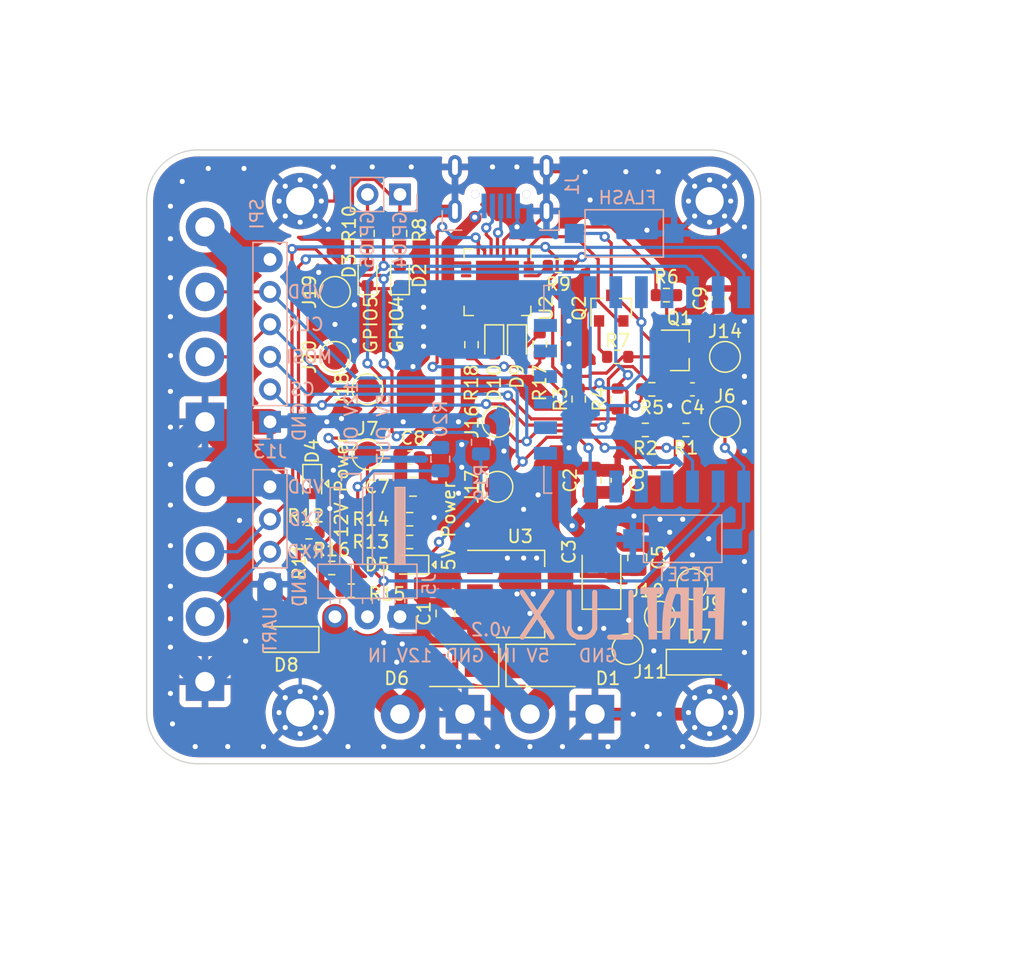
<source format=kicad_pcb>
(kicad_pcb (version 20211014) (generator pcbnew)

  (general
    (thickness 1.6)
  )

  (paper "A4")
  (layers
    (0 "F.Cu" signal)
    (31 "B.Cu" signal)
    (32 "B.Adhes" user "B.Adhesive")
    (33 "F.Adhes" user "F.Adhesive")
    (34 "B.Paste" user)
    (35 "F.Paste" user)
    (36 "B.SilkS" user "B.Silkscreen")
    (37 "F.SilkS" user "F.Silkscreen")
    (38 "B.Mask" user)
    (39 "F.Mask" user)
    (40 "Dwgs.User" user "User.Drawings")
    (41 "Cmts.User" user "User.Comments")
    (42 "Eco1.User" user "User.Eco1")
    (43 "Eco2.User" user "User.Eco2")
    (44 "Edge.Cuts" user)
    (45 "Margin" user)
    (46 "B.CrtYd" user "B.Courtyard")
    (47 "F.CrtYd" user "F.Courtyard")
    (48 "B.Fab" user)
    (49 "F.Fab" user)
  )

  (setup
    (pad_to_mask_clearance 0)
    (pcbplotparams
      (layerselection 0x00010fc_ffffffff)
      (disableapertmacros false)
      (usegerberextensions false)
      (usegerberattributes true)
      (usegerberadvancedattributes true)
      (creategerberjobfile true)
      (svguseinch false)
      (svgprecision 6)
      (excludeedgelayer true)
      (plotframeref false)
      (viasonmask false)
      (mode 1)
      (useauxorigin false)
      (hpglpennumber 1)
      (hpglpenspeed 20)
      (hpglpendiameter 15.000000)
      (dxfpolygonmode true)
      (dxfimperialunits true)
      (dxfusepcbnewfont true)
      (psnegative false)
      (psa4output false)
      (plotreference true)
      (plotvalue true)
      (plotinvisibletext false)
      (sketchpadsonfab false)
      (subtractmaskfromsilk false)
      (outputformat 1)
      (mirror false)
      (drillshape 0)
      (scaleselection 1)
      (outputdirectory "gen")
    )
  )

  (net 0 "")
  (net 1 "GND")
  (net 2 "/Power/LDO_IN")
  (net 3 "+3V3")
  (net 4 "nRST")
  (net 5 "+5V")
  (net 6 "Net-(D2-Pad2)")
  (net 7 "Net-(D3-Pad2)")
  (net 8 "Net-(D4-Pad2)")
  (net 9 "SEN_5V")
  (net 10 "+12V")
  (net 11 "Net-(J1-Pad2)")
  (net 12 "Net-(J1-Pad3)")
  (net 13 "VOUT")
  (net 14 "TXD0")
  (net 15 "RXD0")
  (net 16 "SCLK")
  (net 17 "MOSI")
  (net 18 "ADC")
  (net 19 "RTS")
  (net 20 "DTR")
  (net 21 "EN")
  (net 22 "Net-(R9-Pad2)")
  (net 23 "SEN_12V")
  (net 24 "Net-(R13-Pad1)")
  (net 25 "CS0")
  (net 26 "GPIO5")
  (net 27 "GPIO4")
  (net 28 "FLSH")
  (net 29 "Net-(Q1-Pad1)")
  (net 30 "Net-(Q2-Pad1)")
  (net 31 "Net-(D9-Pad2)")
  (net 32 "/TXLED")
  (net 33 "Net-(D10-Pad2)")
  (net 34 "/RXLED")
  (net 35 "CS1")

  (footprint "Capacitor_SMD:C_0805_2012Metric" (layer "F.Cu") (at 54.356 63.246 90))

  (footprint "Capacitor_Tantalum_SMD:CP_EIA-3528-21_Kemet-B" (layer "F.Cu") (at 66.548 60.452 90))

  (footprint "Capacitor_SMD:C_0603_1608Metric" (layer "F.Cu") (at 73.66 45.72 180))

  (footprint "Capacitor_SMD:C_0805_2012Metric" (layer "F.Cu") (at 69.342 58.862 -90))

  (footprint "Capacitor_SMD:C_0603_1608Metric" (layer "F.Cu") (at 67.818 52.832 90))

  (footprint "Capacitor_SMD:C_0805_2012Metric" (layer "F.Cu") (at 51.816 53.34))

  (footprint "Diode_SMD:D_SMA" (layer "F.Cu") (at 62.484 67.31))

  (footprint "LED_SMD:LED_0603_1608Metric" (layer "F.Cu") (at 50.8 36.83 90))

  (footprint "LED_SMD:LED_0603_1608Metric" (layer "F.Cu") (at 48.26 36.83 90))

  (footprint "LED_SMD:LED_0603_1608Metric" (layer "F.Cu") (at 43.942 53.086 -90))

  (footprint "LED_SMD:LED_0603_1608Metric" (layer "F.Cu") (at 51.562 59.436 180))

  (footprint "Diode_SMD:D_SMA" (layer "F.Cu") (at 55.118 67.31 180))

  (footprint "Diode_SMD:D_MiniMELF" (layer "F.Cu") (at 74.168 67.056))

  (footprint "Diode_SMD:D_MiniMELF" (layer "F.Cu") (at 41.91 65.278 180))

  (footprint "MountingHole:MountingHole_2.2mm_M2_Pad_Via" (layer "F.Cu") (at 75 31))

  (footprint "MountingHole:MountingHole_2.2mm_M2_Pad_Via" (layer "F.Cu") (at 43 31))

  (footprint "MountingHole:MountingHole_2.2mm_M2_Pad_Via" (layer "F.Cu") (at 43 71))

  (footprint "MountingHole:MountingHole_2.2mm_M2_Pad_Via" (layer "F.Cu") (at 75 71))

  (footprint "TestPoint:TestPoint_Pad_D2.0mm" (layer "F.Cu") (at 76.2 48.26))

  (footprint "TestPoint:TestPoint_Pad_D2.0mm" (layer "F.Cu") (at 48.26 50.8))

  (footprint "TestPoint:TestPoint_Pad_D2.0mm" (layer "F.Cu") (at 73.66 60.96))

  (footprint "TestPoint:TestPoint_Pad_D2.0mm" (layer "F.Cu") (at 71.12 63.5))

  (footprint "TestPoint:TestPoint_Pad_D2.0mm" (layer "F.Cu") (at 68.58 66.04))

  (footprint "Resistor_SMD:R_0603_1608Metric" (layer "F.Cu") (at 73.152 48.895))

  (footprint "Resistor_SMD:R_0603_1608Metric" (layer "F.Cu") (at 69.977 48.895 180))

  (footprint "Resistor_SMD:R_0603_1608Metric" (layer "F.Cu") (at 64.77 46.482 90))

  (footprint "Resistor_SMD:R_0603_1608Metric" (layer "F.Cu") (at 67.818 46.482 90))

  (footprint "Resistor_SMD:R_0603_1608Metric" (layer "F.Cu") (at 70.485 45.72 180))

  (footprint "Resistor_SMD:R_0603_1608Metric" (layer "F.Cu") (at 71.628 38.354))

  (footprint "Resistor_SMD:R_0603_1608Metric" (layer "F.Cu") (at 67.818 43.18 180))

  (footprint "Resistor_SMD:R_0603_1608Metric" (layer "F.Cu") (at 50.8 33.528 90))

  (footprint "Resistor_SMD:R_0603_1608Metric" (layer "F.Cu") (at 43.688 56.896 180))

  (footprint "Resistor_SMD:R_0603_1608Metric" (layer "F.Cu") (at 51.562 57.658 180))

  (footprint "Resistor_SMD:R_0603_1608Metric" (layer "F.Cu") (at 51.562 55.88))

  (footprint "Resistor_SMD:R_0603_1608Metric" (layer "F.Cu") (at 46.99 61.468 180))

  (footprint "Resistor_SMD:R_0603_1608Metric" (layer "F.Cu") (at 45.466 59.69))

  (footprint "Package_DFN_QFN:QFN-28-1EP_5x5mm_P0.5mm_EP3.35x3.35mm" (layer "F.Cu") (at 58.42 37.338 -90))

  (footprint "Package_TO_SOT_SMD:SOT-223-3_TabPin2" (layer "F.Cu") (at 60.198 61.722))

  (footprint "Resistor_SMD:R_0603_1608Metric" (layer "F.Cu") (at 63.183 36.068 180))

  (footprint "Capacitor_SMD:C_0805_2012Metric" (layer "F.Cu") (at 65.786 52.832 90))

  (footprint "Capacitor_SMD:C_0603_1608Metric" (layer "F.Cu") (at 75.692 38.608 90))

  (footprint "TestPoint:TestPoint_Pad_D2.0mm" (layer "F.Cu") (at 76.2 43.18))

  (footprint "Package_TO_SOT_SMD:SOT-23" (layer "F.Cu") (at 72.644 42.672))

  (footprint "Package_TO_SOT_SMD:SOT-23" (layer "F.Cu") (at 67.31 39.37 90))

  (footprint "LED_SMD:LED_0603_1608Metric" (layer "F.Cu") (at 58.166 42.164 -90))

  (footprint "Resistor_SMD:R_0603_1608Metric" (layer "F.Cu") (at 61.722 42.164 -90))

  (footprint "Resistor_SMD:R_0603_1608Metric" (layer "F.Cu") (at 56.388 42.227 -90))

  (footprint "Resistor_SMD:R_0603_1608Metric" (layer "F.Cu") (at 42.926 62.23 -90))

  (footprint "TestPoint:TestPoint_Pad_D2.0mm" (layer "F.Cu") (at 58.42 48.26 90))

  (footprint "TestPoint:TestPoint_Pad_D2.0mm" (layer "F.Cu") (at 58.42 53.34 90))

  (footprint "TestPoint:TestPoint_Pad_D2.0mm" (layer "F.Cu") (at 48.26 45.72 90))

  (footprint "TestPoint:TestPoint_Pad_D2.0mm" (layer "F.Cu") (at 45.72 38.1 90))

  (footprint "TestPoint:TestPoint_Pad_D2.0mm" (layer "F.Cu") (at 45.72 43.18 90))

  (footprint "LED_SMD:LED_0603_1608Metric" (layer "F.Cu") (at 59.944 42.164 -90))

  (footprint "Resistor_SMD:R_0603_1608Metric" (layer "F.Cu") (at 48.26 33.528 90))

  (footprint "Capacitor_SMD:C_0603_1608Metric" (layer "F.Cu") (at 51.562 51.054))

  (footprint "TerminalBlock:TerminalBlock_bornier-4_P5.08mm" (layer "B.Cu") (at 35.56 68.58 90))

  (footprint "TerminalBlock:TerminalBlock_bornier-2_P5.08mm" (layer "B.Cu") (at 66.04 71.12 180))

  (footprint "TerminalBlock:TerminalBlock_bornier-4_P5.08mm" (layer "B.Cu") (at 35.56 48.26 90))

  (footprint "Connector_PinHeader_2.54mm:PinHeader_1x03_P2.54mm_Horizontal" (layer "B.Cu") (at 50.8 63.5 90))

  (footprint "Connector_PinHeader_2.54mm:PinHeader_1x02_P2.54mm_Vertical" (layer "B.Cu") (at 50.8 30.48 90))

  (footprint "RF_Module:ESP-12E" (layer "B.Cu") (at 74.168 45.72 90))

  (footprint "fiatlux:fiat" (layer "B.Cu")
    (tedit 609107ED) (tstamp 00000000-0000-0000-0000-000060924796)
    (at 72.898 63.246 180)
    (attr through_hole)
    (fp_text reference "G***" (at 0 0) (layer "B.SilkS") hide
      (effects (font (size 1.524 1.524) (thickness 0.3)) (justify mirror))
      (tstamp 133022e9-78b7-432a-bd75-316e5cbce515)
    )
    (fp_text value "LOGO" (at 0.75 0) (layer "B.SilkS") hide
      (effects (font (size 1.524 1.524) (thickness 0.3)) (justify mirror))
      (tstamp 25a83a5c-cf74-43c8-be12-70b38d319432)
    )
    (fp_poly (pts
        (xy -0.835063 1.51765)
        (xy -0.835374 1.462396)
        (xy -0.835707 1.397734)
        (xy -0.836058 1.32442)
        (xy -0.836425 1.243206)
        (xy -0.836806 1.154845)
        (xy -0.837197 1.060091)
        (xy -0.837595 0.959698)
        (xy -0.837998 0.854419)
        (xy -0.838403 0.745007)
        (xy -0.838807 0.632215)
        (xy -0.839208 0.516798)
        (xy -0.839602 0.399508)
        (xy -0.839987 0.281098)
        (xy -0.84036 0.162323)
        (xy -0.840718 0.043936)
        (xy -0.841058 -0.07331)
        (xy -0.841286 -0.15494)
        (xy -0.841592 -0.265594)
        (xy -0.8419 -0.374994)
        (xy -0.842208 -0.482592)
        (xy -0.842515 -0.587843)
        (xy -0.842817 -0.690197)
        (xy -0.843115 -0.789109)
        (xy -0.843405 -0.884031)
        (xy -0.843687 -0.974416)
        (xy -0.843958 -1.059716)
        (xy -0.844217 -1.139386)
        (xy -0.844462 -1.212877)
        (xy -0.844691 -1.279642)
        (xy -0.844902 -1.339135)
        (xy -0.845095 -1.390808)
        (xy -0.845266 -1.434114)
        (xy -0.845415 -1.468506)
        (xy -0.845539 -1.493437)
        (xy -0.845569 -1.4986)
        (xy -0.845882 -1.551559)
        (xy -0.846221 -1.611079)
        (xy -0.846568 -1.673898)
        (xy -0.846906 -1.73675)
        (xy -0.847216 -1.796374)
        (xy -0.847481 -1.849505)
        (xy -0.84751 -1.85547)
        (xy -0.84836 -2.032)
        (xy -1.507362 -2.032)
        (xy -1.510286 -2.00533)
        (xy -1.511157 -1.992508)
        (xy -1.511974 -1.971391)
        (xy -1.512692 -1.943846)
        (xy -1.513267 -1.911738)
        (xy -1.513654 -1.876931)
        (xy -1.513757 -1.860362)
        (xy -1.513992 -1.826472)
        (xy -1.514355 -1.79584)
        (xy -1.514814 -1.769974)
        (xy -1.515341 -1.750384)
        (xy -1.515904 -1.738578)
        (xy -1.516233 -1.735902)
        (xy -1.516702 -1.729683)
        (xy -1.517269 -1.714361)
        (xy -1.517912 -1.690993)
        (xy -1.518607 -1.660637)
        (xy -1.519331 -1.624349)
        (xy -1.520062 -1.583185)
        (xy -1.520777 -1.538203)
        (xy -1.521273 -1.50368)
        (xy -1.521988 -1.453903)
        (xy -1.522747 -1.404929)
        (xy -1.523523 -1.358196)
        (xy -1.524292 -1.315143)
        (xy -1.525026 -1.277206)
        (xy -1.525699 -1.245826)
        (xy -1.526286 -1.222439)
        (xy -1.526541 -1.21412)
        (xy -1.527142 -1.193567)
        (xy -1.52785 -1.1646)
        (xy -1.528628 -1.128961)
        (xy -1.529443 -1.088395)
        (xy -1.530258 -1.044644)
        (xy -1.531037 -0.999454)
        (xy -1.531506 -0.97028)
        (xy -1.53226 -0.923845)
        (xy -1.533085 -0.876631)
        (xy -1.533941 -0.830607)
        (xy -1.53479 -0.787741)
        (xy -1.535594 -0.750002)
        (xy -1.536314 -0.719359)
        (xy -1.536664 -0.70612)
        (xy -1.537381 -0.678446)
        (xy -1.538213 -0.642913)
        (xy -1.539111 -0.60182)
        (xy -1.540025 -0.557466)
        (xy -1.540907 -0.51215)
        (xy -1.541709 -0.468172)
        (xy -1.541723 -0.46736)
        (xy -1.542357 -0.431338)
        (xy -1.542964 -0.397517)
        (xy -1.543565 -0.364735)
        (xy -1.544185 -0.331828)
        (xy -1.544847 -0.297631)
        (xy -1.545574 -0.260982)
        (xy -1.546389 -0.220717)
        (xy -1.547316 -0.175671)
        (xy -1.548378 -0.124683)
        (xy -1.549597 -0.066587)
        (xy -1.550998 -0.00022)
        (xy -1.551971 0.04572)
        (xy -1.552755 0.084036)
        (xy -1.553646 0.12962)
        (xy -1.554588 0.179585)
        (xy -1.555528 0.231041)
        (xy -1.556413 0.281098)
        (xy -1.557075 0.32004)
        (xy -1.557844 0.364341)
        (xy -1.558701 0.410358)
        (xy -1.559598 0.455712)
        (xy -1.560486 0.498026)
        (xy -1.561316 0.534923)
        (xy -1.562038 0.56388)
        (xy -1.562761 0.592815)
        (xy -1.563598 0.629572)
        (xy -1.564498 0.671816)
        (xy -1.565415 0.717209)
        (xy -1.5663 0.763416)
        (xy -1.567104 0.808101)
        (xy -1.567141 0.81026)
        (xy -1.567953 0.856124)
        (xy -1.568852 0.904814)
        (xy -1.569786 0.953714)
        (xy -1.570705 1.000209)
        (xy -1.571558 1.04168)
        (xy -1.57227 1.07442)
        (xy -1.573043 1.109737)
        (xy -1.573939 1.152379)
        (xy -1.574898 1.199515)
        (xy -1.575864 1.248312)
        (xy -1.57678 1.295938)
        (xy -1.577387 1.32842)
        (xy -1.578227 1.373394)
        (xy -1.579154 1.421612)
        (xy -1.58011 1.470242)
        (xy -1.58104 1.516451)
        (xy -1.581888 1.557407)
        (xy -1.582424 1.58242)
        (xy -1.583132 1.615431)
        (xy -1.583984 1.656186)
        (xy -1.58493 1.702272)
        (xy -1.585922 1.751274)
        (xy -1.586911 1.80078)
        (xy -1.587847 1.848375)
        (xy -1.588034 1.858011)
        (xy -1.591312 2.02692)
        (xy -0.832033 2.02692)
        (xy -0.835063 1.51765)
      ) (layer "B.SilkS") (width 0.01) (fill solid) (tstamp 199feb05-08a0-4118-9ad5-0088d840fafc))
    (fp_poly (pts
        (xy 1.034934 1.95199)
        (xy 1.10247 1.822561)
        (xy 1.165366 1.686545)
        (xy 1.223851 1.543346)
        (xy 1.278151 1.392371)
        (xy 1.328497 1.233025)
        (xy 1.373254 1.07188)
        (xy 1.377455 1.055525)
        (xy 1.381794 1.038087)
        (xy 1.386572 1.01827)
        (xy 1.392092 0.994775)
        (xy 1.398655 0.966307)
        (xy 1.406564 0.931568)
        (xy 1.416121 0.889261)
        (xy 1.425321 0.84836)
        (xy 1.429551 0.828396)
        (xy 1.435095 0.800567)
        (xy 1.441557 0.767026)
        (xy 1.448541 0.729921)
        (xy 1.455651 0.691404)
        (xy 1.462488 0.653627)
        (xy 1.468659 0.618739)
        (xy 1.473765 0.588892)
        (xy 1.47741 0.566235)
        (xy 1.477792 0.563687)
        (xy 1.481281 0.539957)
        (xy 1.485435 0.511474)
        (xy 1.489942 0.480401)
        (xy 1.49449 0.448906)
        (xy 1.498766 0.419152)
        (xy 1.50246 0.393307)
        (xy 1.505258 0.373534)
        (xy 1.506686 0.36322)
        (xy 1.509065 0.345584)
        (xy 1.511268 0.329288)
        (xy 1.511488 0.32766)
        (xy 1.51353 0.311798)
        (xy 1.516382 0.288617)
        (xy 1.519716 0.260892)
        (xy 1.523205 0.231401)
        (xy 1.526521 0.20292)
        (xy 1.529335 0.178225)
        (xy 1.531319 0.160094)
        (xy 1.53159 0.15748)
        (xy 1.533679 0.137813)
        (xy 1.535793 0.119191)
        (xy 1.536699 0.11176)
        (xy 1.538722 0.093921)
        (xy 1.541337 0.06795)
        (xy 1.544371 0.035844)
        (xy 1.54765 -0.000396)
        (xy 1.551002 -0.038773)
        (xy 1.554253 -0.077288)
        (xy 1.557229 -0.113942)
        (xy 1.559758 -0.146736)
        (xy 1.561666 -0.173673)
        (xy 1.562248 -0.18288)
        (xy 1.563744 -0.205784)
        (xy 1.565255 -0.225345)
        (xy 1.566573 -0.23905)
        (xy 1.567275 -0.24384)
        (xy 1.568126 -0.251367)
        (xy 1.569259 -0.267092)
        (xy 1.570554 -0.289058)
        (xy 1.571892 -0.315311)
        (xy 1.572573 -0.3302)
        (xy 1.573857 -0.357923)
        (xy 1.575112 -0.38239)
        (xy 1.576229 -0.401646)
        (xy 1.577098 -0.413735)
        (xy 1.577419 -0.41656)
        (xy 1.578047 -0.423882)
        (xy 1.578954 -0.439602)
        (xy 1.580051 -0.461967)
        (xy 1.581254 -0.489219)
        (xy 1.582419 -0.51816)
        (xy 1.583671 -0.549072)
        (xy 1.584932 -0.577373)
        (xy 1.586107 -0.601133)
        (xy 1.587101 -0.618425)
        (xy 1.58777 -0.626919)
        (xy 1.589141 -0.643946)
        (xy 1.590416 -0.670331)
        (xy 1.591593 -0.705273)
        (xy 1.592671 -0.74797)
        (xy 1.593648 -0.797621)
        (xy 1.594521 -0.853425)
        (xy 1.595289 -0.91458)
        (xy 1.595949 -0.980285)
        (xy 1.596501 -1.049739)
        (xy 1.596941 -1.122139)
        (xy 1.597267 -1.196686)
        (xy 1.597479 -1.272576)
        (xy 1.597573 -1.34901)
        (xy 1.597548 -1.425185)
        (xy 1.597401 -1.500301)
        (xy 1.597132 -1.573555)
        (xy 1.596737 -1.644146)
        (xy 1.596216 -1.711274)
        (xy 1.595565 -1.774136)
        (xy 1.594783 -1.831931)
        (xy 1.593868 -1.883859)
        (xy 1.592818 -1.929117)
        (xy 1.591631 -1.966903)
        (xy 1.591109 -1.97993)
        (xy 1.588858 -2.032)
        (xy 0.996827 -2.032)
        (xy 0.993789 -1.90373)
        (xy 0.993005 -1.868174)
        (xy 0.992138 -1.824628)
        (xy 0.991226 -1.775263)
        (xy 0.990307 -1.722248)
        (xy 0.989418 -1.667752)
        (xy 0.988598 -1.613945)
        (xy 0.987974 -1.56972)
        (xy 0.987299 -1.522606)
        (xy 0.986567 -1.476678)
        (xy 0.985808 -1.433384)
        (xy 0.98505 -1.394175)
        (xy 0.98432 -1.360501)
        (xy 0.983647 -1.333813)
        (xy 0.98306 -1.31556)
        (xy 0.982961 -1.31318)
        (xy 0.982119 -1.291887)
        (xy 0.981114 -1.263028)
        (xy 0.980028 -1.229191)
        (xy 0.978945 -1.192968)
        (xy 0.977948 -1.156946)
        (xy 0.977915 -1.1557)
        (xy 0.976932 -1.120885)
        (xy 0.975855 -1.086862)
        (xy 0.974764 -1.055908)
        (xy 0.973739 -1.030303)
        (xy 0.972862 -1.012327)
        (xy 0.972778 -1.01092)
        (xy 0.971683 -0.991003)
        (xy 0.970381 -0.964307)
        (xy 0.969029 -0.934202)
        (xy 0.967785 -0.904062)
        (xy 0.967693 -0.9017)
        (xy 0.965967 -0.862311)
        (xy 0.963709 -0.818525)
        (xy 0.961025 -0.771826)
        (xy 0.958019 -0.723699)
        (xy 0.954798 -0.67563)
        (xy 0.951468 -0.629105)
        (xy 0.948133 -0.585608)
        (xy 0.9449 -0.546625)
        (xy 0.941873 -0.513641)
        (xy 0.93916 -0.488142)
        (xy 0.9373 -0.474226)
        (xy 0.935748 -0.46324)
        (xy 0.933569 -0.446485)
        (xy 0.931968 -0.433586)
        (xy 0.929132 -0.411236)
        (xy 0.926639 -0.394641)
        (xy 0.923791 -0.379454)
        (xy 0.921702 -0.36957)
        (xy 0.918672 -0.355599)
        (xy 0.55651 -0.3556)
        (xy 0.194348 -0.3556)
        (xy 0.19125 -0.37973)
        (xy 0.19083 -0.387978)
        (xy 0.190415 -0.4057)
        (xy 0.19001 -0.43221)
        (xy 0.189619 -0.466821)
        (xy 0.189247 -0.508846)
        (xy 0.188898 -0.5576)
        (xy 0.188576 -0.612396)
        (xy 0.188285 -0.672547)
        (xy 0.188031 -0.737369)
        (xy 0.187818 -0.806173)
        (xy 0.187649 -0.878274)
        (xy 0.18753 -0.952985)
        (xy 0.187519 -0.96266)
        (xy 0.187403 -1.043623)
        (xy 0.187238 -1.12613)
        (xy 0.187031 -1.209071)
        (xy 0.186784 -1.291337)
        (xy 0.186504 -1.371819)
        (xy 0.186193 -1.449408)
        (xy 0.185858 -1.522994)
        (xy 0.185502 -1.591469)
        (xy 0.18513 -1.653722)
        (xy 0.184747 -1.708644)
        (xy 0.184358 -1.755128)
        (xy 0.184142 -1.77673)
        (xy 0.181399 -2.032)
        (xy -0.4318 -2.032)
        (xy -0.432828 -1.89611)
        (xy -0.433135 -1.858737)
        (xy -0.433469 -1.823653)
        (xy -0.433811 -1.792462)
        (xy -0.434143 -1.766771)
        (xy -0.434444 -1.748183)
        (xy -0.434676 -1.738834)
        (xy -0.434879 -1.729973)
        (xy -0.435176 -1.711911)
        (xy -0.435557 -1.685608)
        (xy -0.436008 -1.652023)
        (xy -0.436517 -1.612116)
        (xy -0.437073 -1.566846)
        (xy -0.437662 -1.517171)
        (xy -0.438273 -1.464052)
        (xy -0.438863 -1.411174)
        (xy -0.439527 -1.352592)
        (xy -0.440228 -1.294117)
        (xy -0.440947 -1.237058)
        (xy -0.441668 -1.182722)
        (xy -0.44237 -1.132419)
        (xy -0.443037 -1.087457)
        (xy -0.44365 -1.049144)
        (xy -0.444192 -1.018788)
        (xy -0.444511 -1.0033)
        (xy -0.445039 -0.976986)
        (xy -0.445646 -0.942075)
        (xy -0.446308 -0.900131)
        (xy -0.447004 -0.852716)
        (xy -0.44771 -0.801393)
        (xy -0.448404 -0.747724)
        (xy -0.449065 -0.693273)
        (xy -0.449554 -0.65024)
        (xy -0.450183 -0.594789)
        (xy -0.450868 -0.537629)
        (xy -0.451585 -0.480536)
        (xy -0.452312 -0.425285)
        (xy -0.453023 -0.373652)
        (xy -0.453695 -0.327415)
        (xy -0.454305 -0.288347)
        (xy -0.454673 -0.2667)
        (xy -0.455263 -0.23181)
        (xy -0.455936 -0.188751)
        (xy -0.456665 -0.139512)
        (xy -0.457422 -0.086083)
        (xy -0.458179 -0.030454)
        (xy -0.458907 0.025387)
        (xy -0.459579 0.079448)
        (xy -0.459723 0.09144)
        (xy -0.460383 0.145383)
        (xy -0.460472 0.1524)
        (xy 0.160985 0.1524)
        (xy 0.892317 0.1524)
        (xy 0.880654 0.23749)
        (xy 0.876557 0.267411)
        (xy 0.872746 0.295305)
        (xy 0.86952 0.318969)
        (xy 0.86718 0.3362)
        (xy 0.866277 0.3429)
        (xy 0.865199 0.350909)
        (xy 0.864132 0.358531)
        (xy 0.862872 0.36703)
        (xy 0.861217 0.37767)
        (xy 0.858963 0.391714)
        (xy 0.855908 0.410426)
        (xy 0.851846 0.43507)
        (xy 0.846576 0.466909)
        (xy 0.839894 0.507207)
        (xy 0.838077 0.51816)
        (xy 0.812629 0.661953)
        (xy 0.785494 0.796365)
        (xy 0.756478 0.922067)
        (xy 0.725389 1.039729)
        (xy 0.692033 1.150021)
        (xy 0.656216 1.253613)
        (xy 0.617746 1.351173)
        (xy 0.57643 1.443373)
        (xy 0.563594 1.469798)
        (xy 0.536785 1.524)
        (xy 0.16764 1.524)
        (xy 0.167591 1.34747)
        (xy 0.167549 1.316501)
        (xy 0.167442 1.276404)
        (xy 0.167274 1.22821)
        (xy 0.167051 1.172951)
        (xy 0.166776 1.111658)
        (xy 0.166457 1.045364)
        (xy 0.166096 0.975099)
        (xy 0.1657 0.901895)
        (xy 0.165274 0.826784)
        (xy 0.164822 0.750797)
        (xy 0.164349 0.674965)
        (xy 0.164264 0.66167)
        (xy 0.160985 0.1524)
        (xy -0.460472 0.1524)
        (xy -0.461108 0.202051)
        (xy -0.461869 0.259362)
        (xy -0.462637 0.315235)
        (xy -0.463384 0.367586)
        (xy -0.46408 0.414335)
        (xy -0.464698 0.453399)
        (xy -0.464804 0.45974)
        (xy -0.465395 0.496711)
        (xy -0.466068 0.541811)
        (xy -0.466794 0.593009)
        (xy -0.467548 0.648274)
        (xy -0.4683 0.705577)
        (xy -0.469023 0.762887)
        (xy -0.469691 0.818173)
        (xy -0.469865 0.83312)
        (xy -0.470507 0.886631)
        (xy -0.471213 0.94203)
        (xy -0.471956 0.997417)
        (xy -0.47271 1.050894)
        (xy -0.473446 1.100561)
        (xy -0.474139 1.144519)
        (xy -0.474761 1.18087)
        (xy -0.474954 1.19126)
        (xy -0.475503 1.222669)
        (xy -0.476126 1.262566)
        (xy -0.476799 1.309282)
        (xy -0.4775 1.361145)
        (xy -0.478209 1.416486)
        (xy -0.478901 1.473633)
        (xy -0.479557 1.530917)
        (xy -0.480082 1.57988)
        (xy -0.480682 1.634304)
        (xy -0.481348 1.688734)
        (xy -0.482058 1.741718)
        (xy -0.482789 1.791804)
        (xy -0.48352 1.837542)
        (xy -0.484228 1.87748)
        (xy -0.484891 1.910165)
        (xy -0.485488 1.934148)
        (xy -0.485489 1.934211)
        (xy -0.488182 2.02692)
        (xy 
... [634067 chars truncated]
</source>
